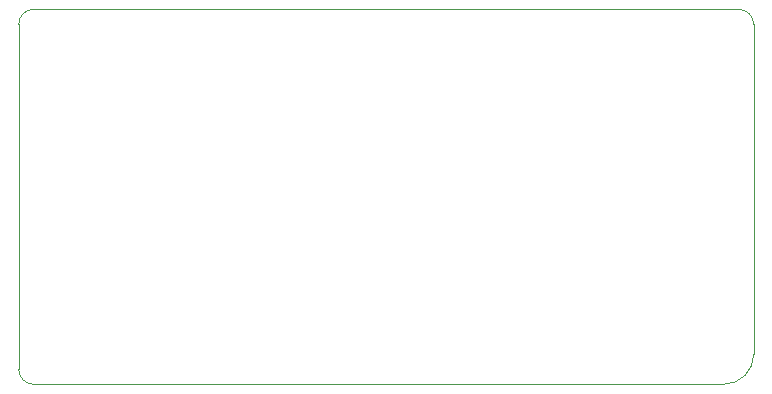
<source format=gbr>
%TF.GenerationSoftware,KiCad,Pcbnew,8.0.4*%
%TF.CreationDate,2025-05-02T23:51:08+05:30*%
%TF.ProjectId,Si4735Board,53693437-3335-4426-9f61-72642e6b6963,rev?*%
%TF.SameCoordinates,Original*%
%TF.FileFunction,Profile,NP*%
%FSLAX46Y46*%
G04 Gerber Fmt 4.6, Leading zero omitted, Abs format (unit mm)*
G04 Created by KiCad (PCBNEW 8.0.4) date 2025-05-02 23:51:08*
%MOMM*%
%LPD*%
G01*
G04 APERTURE LIST*
%TA.AperFunction,Profile*%
%ADD10C,0.050000*%
%TD*%
G04 APERTURE END LIST*
D10*
X163830000Y-77470000D02*
G75*
G02*
X165100000Y-78740000I0J-1270000D01*
G01*
X165100000Y-78740000D02*
X165100000Y-106680000D01*
X104140000Y-77470000D02*
X163830000Y-77470000D01*
X102870000Y-107950000D02*
X102870000Y-78740000D01*
X162560000Y-109220000D02*
X104140000Y-109220000D01*
X102870000Y-78740000D02*
G75*
G02*
X104140000Y-77470000I1270000J0D01*
G01*
X165100000Y-106680000D02*
G75*
G02*
X162560000Y-109220000I-2540000J0D01*
G01*
X104140000Y-109220000D02*
G75*
G02*
X102870000Y-107950000I0J1270000D01*
G01*
M02*

</source>
